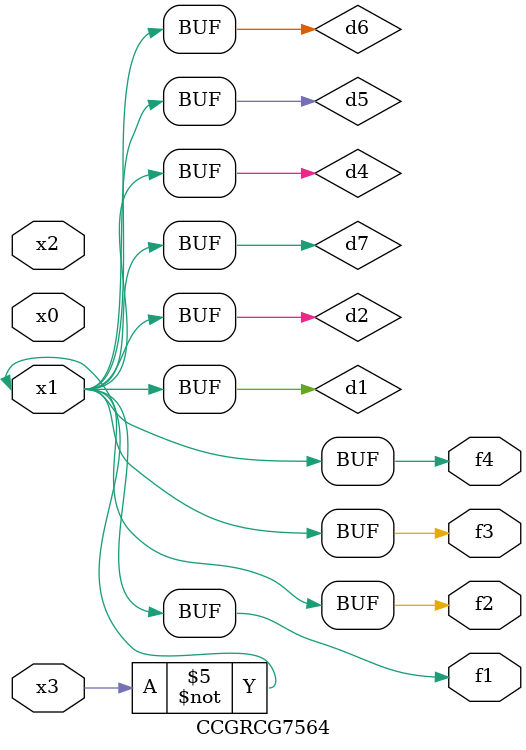
<source format=v>
module CCGRCG7564(
	input x0, x1, x2, x3,
	output f1, f2, f3, f4
);

	wire d1, d2, d3, d4, d5, d6, d7;

	not (d1, x3);
	buf (d2, x1);
	xnor (d3, d1, d2);
	nor (d4, d1);
	buf (d5, d1, d2);
	buf (d6, d4, d5);
	nand (d7, d4);
	assign f1 = d6;
	assign f2 = d7;
	assign f3 = d6;
	assign f4 = d6;
endmodule

</source>
